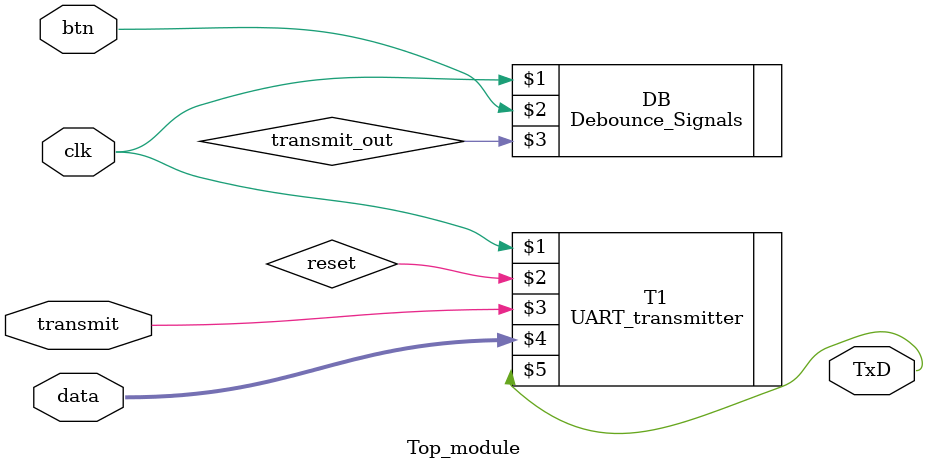
<source format=v>
module Top_module(

input [7:0] data,
input clk,
input transmit,
input btn,
output TxD
//output TxD_debug,
//output transmit_debug,
//output btn_debug,
//output clk_debug
);

wire transmitting_out;

UART_transmitter T1(clk,reset,transmit,data,TxD);
Debounce_Signals DB(clk,btn,transmit_out);

//assign TxD_debug = TxD;
//assign transmit_debug = transmit_out;
//assign btn_debug = reset;
//assign clk_debug = clk;

endmodule 
</source>
